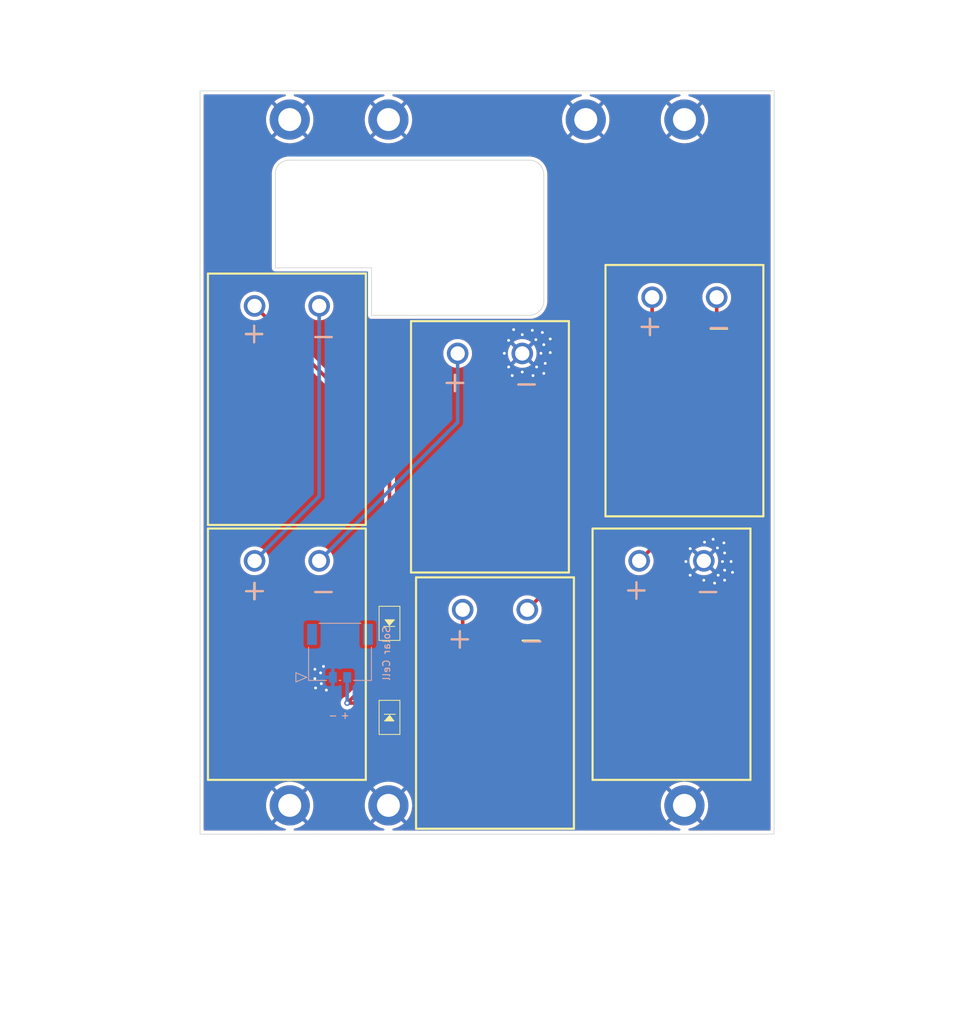
<source format=kicad_pcb>
(kicad_pcb (version 20211014) (generator pcbnew)
  (title_block (title "Solar Cell PCB (USB side)") (date "2023-01-03") (rev "3"))
  (layers (0 "F.Cu" signal) (31 "B.Cu" signal) (34 "B.Paste" user) (35 "F.Paste" user) (36 "B.SilkS" user "B.Silkscreen") (37 "F.SilkS" user "F.Silkscreen") (38 "B.Mask" user) (39 "F.Mask" user) (44 "Edge.Cuts" user))
  (net 0 "")
  (net 1 "GND")
  (net 2 "Net-(SC1-Pad2)")
  (net 3 "Net-(D1-Pad2)")
  (net 4 "Net-(D2-Pad2)")
  (net 5 "Net-(SC2-Pad2)")
  (net 6 "Net-(SC4-Pad2)")
  (net 7 "Net-(SC5-Pad2)")
  (net 8 "VSOLAR")
  (footprint "MountingHole:MountingHole_3.2mm_M3_DIN965_Pad" (layer "F.Cu") (at 84.6 42.75)
    (fp_text reference "H1")
    (fp_text value "MountingHole_Pad")
    (pad "1" thru_hole circle (at 0 0) (size 5.6 5.6) (drill 3.2) (layers *.Cu *.Mask) (net 1 "GND"))
  )
  (footprint "ISP:SM101K07TF" (layer "F.Cu") (at 113.7 124 90)
    (fp_text reference "SC1")
    (fp_text value "SM101K07TF")
    (fp_text user "+" (at 8.85 -5.63 90) (layer "B.SilkS") (effects (font (size 3 3) (thickness 0.3)) (justify mirror)))
    (fp_text user "-" (at 8.92 4.5 180) (layer "F.SilkS") (effects (font (size 3 3) (thickness 0.3))))
    (fp_line (start 17.5 10.5) (end -17.5 10.5) (layer "F.SilkS") (width 0.3))
    (fp_line (start -17.5 10.5) (end -17.5 -11.5) (layer "F.SilkS") (width 0.3))
    (fp_line (start -17.5 -11.5) (end 17.5 -11.5) (layer "F.SilkS") (width 0.3))
    (fp_line (start 17.5 -11.5) (end 17.5 10.5) (layer "F.SilkS") (width 0.3))
    (pad "1" thru_hole circle (at 13 -5 90) (size 3 3) (drill 2) (layers *.Mask "F.Cu" "In1.Cu" "B.Cu") (net 3 "Net-(D1-Pad2)"))
    (pad "2" thru_hole circle (at 13 4 90) (size 3 3) (drill 2) (layers *.Mask "F.Cu" "In1.Cu" "B.Cu") (net 2 "Net-(SC1-Pad2)"))
  )
  (footprint "ISP:SM101K07TF" (layer "F.Cu") (at 138.3 117.2 90)
    (fp_text reference "SC3")
    (fp_text value "SM101K07TF")
    (fp_text user "+" (at 8.89 -5.62 90) (layer "B.SilkS") (effects (font (size 3 3) (thickness 0.3))))
    (fp_text user "-" (at 8.89 4.58) (layer "F.SilkS") (effects (font (size 3 3) (thickness 0.3))))
    (fp_line (start 17.5 -11.5) (end 17.5 10.5) (layer "F.SilkS") (width 0.3))
    (fp_line (start -17.5 10.5) (end -17.5 -11.5) (layer "F.SilkS") (width 0.3))
    (fp_line (start 17.5 10.5) (end -17.5 10.5) (layer "F.SilkS") (width 0.3))
    (fp_line (start -17.5 -11.5) (end 17.5 -11.5) (layer "F.SilkS") (width 0.3))
    (pad "1" thru_hole circle (at 13 -5 90) (size 3 3) (drill 2) (layers *.Mask "F.Cu" "In1.Cu" "B.Cu") (net 5 "Net-(SC2-Pad2)"))
    (pad "2" thru_hole circle (at 13 4 90) (size 3 3) (drill 2) (layers *.Mask "F.Cu" "In1.Cu" "B.Cu") (net 1 "GND"))
  )
  (footprint "ISP:DO-214AC" (layer "F.Cu") (at 98.5 112.9 90)
    (fp_text reference "D2")
    (fp_text value "CDBA240LL-HF")
    (fp_line (start -2.375 -1.45) (end 2.375 -1.45) (layer "F.SilkS") (width 0.12))
    (fp_line (start -2.375 1.45) (end 2.375 1.45) (layer "F.SilkS") (width 0.12))
    (fp_line (start -2.375 1.45) (end -2.375 -1.45) (layer "F.SilkS") (width 0.12))
    (fp_line (start 2.375 1.45) (end 2.375 -1.45) (layer "F.SilkS") (width 0.12))
    (fp_line (start -0.4318 -0.8128) (end -0.4318 0.7366) (layer "F.SilkS") (width 0.12))
    (fp_poly (pts (xy 0.508 0.7112) (xy -0.3048 -0.0254) (xy 0.508 -0.635)) (layer "F.SilkS") (width 0.1) (fill solid))
    (pad "1" smd rect (at -2 0 90) (size 2.5 1.7) (layers "F.Cu" "F.Paste" "F.Mask") (net 8 "VSOLAR"))
    (pad "2" smd rect (at 2 0 90) (size 2.5 1.7) (layers "F.Cu" "F.Paste" "F.Mask") (net 4 "Net-(D2-Pad2)"))
  )
  (footprint "MountingHole:MountingHole_3.2mm_M3_DIN965_Pad" (layer "F.Cu") (at 139.6 138.25)
    (fp_text reference "H7")
    (fp_text value "MountingHole_Pad")
    (pad "1" thru_hole circle (at 0 0) (size 5.6 5.6) (drill 3.2) (layers *.Cu *.Mask) (net 1 "GND"))
  )
  (footprint "ISP:SM101K07TF" (layer "F.Cu") (at 84.7 117.2 90)
    (fp_text reference "SC5")
    (fp_text value "SM101K07TF")
    (fp_text user "+" (at 8.8 -5.2 90) (layer "B.SilkS") (effects (font (size 3 3) (thickness 0.3))))
    (fp_text user "-" (at 8.89 4.58) (layer "F.SilkS") (effects (font (size 3 3) (thickness 0.3))))
    (fp_line (start -17.5 -11.5) (end 17.5 -11.5) (layer "F.SilkS") (width 0.3))
    (fp_line (start 17.5 -11.5) (end 17.5 10.5) (layer "F.SilkS") (width 0.3))
    (fp_line (start -17.5 10.5) (end -17.5 -11.5) (layer "F.SilkS") (width 0.3))
    (fp_line (start 17.5 10.5) (end -17.5 10.5) (layer "F.SilkS") (width 0.3))
    (pad "1" thru_hole circle (at 13 -5 90) (size 3 3) (drill 2) (layers *.Mask "F.Cu" "In1.Cu" "B.Cu") (net 6 "Net-(SC4-Pad2)"))
    (pad "2" thru_hole circle (at 13 4 90) (size 3 3) (drill 2) (layers *.Mask "F.Cu" "In1.Cu" "B.Cu") (net 7 "Net-(SC5-Pad2)"))
  )
  (footprint "MountingHole:MountingHole_3.2mm_M3_DIN965_Pad" (layer "F.Cu") (at 125.85 42.75)
    (fp_text reference "H3")
    (fp_text value "MountingHole_Pad")
    (pad "1" thru_hole circle (at 0 0) (size 5.6 5.6) (drill 3.2) (layers *.Cu *.Mask) (net 1 "GND"))
  )
  (footprint "ISP:SM101K07TF" (layer "F.Cu") (at 140.1 80.5 90)
    (fp_text reference "SC2")
    (fp_text value "SM101K07TF")
    (fp_text user "+" (at 8.9 -5.56 90) (layer "B.SilkS") (effects (font (size 3 3) (thickness 0.3))))
    (fp_line (start -17.5 10.5) (end -17.5 -11.5) (layer "F.SilkS") (width 0.3))
    (fp_line (start 17.5 10.5) (end -17.5 10.5) (layer "F.SilkS") (width 0.3))
    (fp_line (start 17.5 -11.5) (end 17.5 10.5) (layer "F.SilkS") (width 0.3))
    (fp_line (start -17.5 -11.5) (end 17.5 -11.5) (layer "F.SilkS") (width 0.3))
    (pad "1" thru_hole circle (at 13 -5 90) (size 3 3) (drill 2) (layers *.Mask "F.Cu" "In1.Cu" "B.Cu") (net 2 "Net-(SC1-Pad2)"))
    (pad "2" thru_hole circle (at 13 4 90) (size 3 3) (drill 2) (layers *.Mask "F.Cu" "In1.Cu" "B.Cu") (net 5 "Net-(SC2-Pad2)"))
  )
  (footprint "ISP:DO-214AC" (layer "F.Cu") (at 98.5 126 -90)
    (fp_text reference "D1")
    (fp_text value "CDBA240LL-HF")
    (fp_line (start -0.4318 -0.8128) (end -0.4318 0.7366) (layer "F.SilkS") (width 0.12))
    (fp_line (start -2.375 1.45) (end 2.375 1.45) (layer "F.SilkS") (width 0.12))
    (fp_line (start -2.375 -1.45) (end 2.375 -1.45) (layer "F.SilkS") (width 0.12))
    (fp_line (start -2.375 1.45) (end -2.375 -1.45) (layer "F.SilkS") (width 0.12))
    (fp_line (start 2.375 1.45) (end 2.375 -1.45) (layer "F.SilkS") (width 0.12))
    (fp_poly (pts (xy 0.508 0.7112) (xy -0.3048 -0.0254) (xy 0.508 -0.635)) (layer "F.SilkS") (width 0.1) (fill solid))
    (pad "1" smd rect (at -2 0 270) (size 2.5 1.7) (layers "F.Cu" "F.Paste" "F.Mask") (net 8 "VSOLAR"))
    (pad "2" smd rect (at 2 0 270) (size 2.5 1.7) (layers "F.Cu" "F.Paste" "F.Mask") (net 3 "Net-(D1-Pad2)"))
  )
  (footprint "MountingHole:MountingHole_3.2mm_M3_DIN965_Pad" (layer "F.Cu") (at 84.6 138.25)
    (fp_text reference "H5")
    (fp_text value "MountingHole_Pad")
    (pad "1" thru_hole circle (at 0 0) (size 5.6 5.6) (drill 3.2) (layers *.Cu *.Mask) (net 1 "GND"))
  )
  (footprint "ISP:SM101K07TF" (layer "F.Cu") (at 84.7 81.7 90)
    (fp_text reference "SC4")
    (fp_text value "SM101K07TF")
    (fp_text user "-" (at 8.89 4.6 180) (layer "B.SilkS") (effects (font (size 3 3) (thickness 0.3)) (justify mirror)))
    (fp_text user "+" (at 9.1 -5.3 90) (layer "F.SilkS") (effects (font (size 3 3) (thickness 0.3))))
    (fp_line (start 17.5 10.5) (end -17.5 10.5) (layer "F.SilkS") (width 0.3))
    (fp_line (start -17.5 -11.5) (end 17.5 -11.5) (layer "F.SilkS") (width 0.3))
    (fp_line (start -17.5 10.5) (end -17.5 -11.5) (layer "F.SilkS") (width 0.3))
    (fp_line (start 17.5 -11.5) (end 17.5 10.5) (layer "F.SilkS") (width 0.3))
    (pad "1" thru_hole circle (at 13 -5 90) (size 3 3) (drill 2) (layers *.Mask "F.Cu" "In1.Cu" "B.Cu") (net 4 "Net-(D2-Pad2)"))
    (pad "2" thru_hole circle (at 13 4 90) (size 3 3) (drill 2) (layers *.Mask "F.Cu" "In1.Cu" "B.Cu") (net 6 "Net-(SC4-Pad2)"))
  )
  (footprint "MountingHole:MountingHole_3.2mm_M3_DIN965_Pad" (layer "F.Cu") (at 139.6 42.75)
    (fp_text reference "H4")
    (fp_text value "MountingHole_Pad")
    (pad "1" thru_hole circle (at 0 0) (size 5.6 5.6) (drill 3.2) (layers *.Cu *.Mask) (net 1 "GND"))
  )
  (footprint "MountingHole:MountingHole_3.2mm_M3_DIN965_Pad" (layer "F.Cu") (at 98.35 42.75)
    (fp_text reference "H2")
    (fp_text value "MountingHole_Pad")
    (pad "1" thru_hole circle (at 0 0) (size 5.6 5.6) (drill 3.2) (layers *.Cu *.Mask) (net 1 "GND"))
  )
  (footprint "MountingHole:MountingHole_3.2mm_M3_DIN965_Pad" (layer "F.Cu") (at 98.35 138.25)
    (fp_text reference "H6")
    (fp_text value "MountingHole_Pad")
    (pad "1" thru_hole circle (at 0 0) (size 5.6 5.6) (drill 3.2) (layers *.Cu *.Mask) (net 1 "GND"))
  )
  (footprint "ISP:SM101K07TF" (layer "F.Cu") (at 113 88.32 90)
    (fp_text reference "SC6")
    (fp_text value "SM101K07TF")
    (fp_text user "-" (at 8.89 4.58 180) (layer "B.SilkS") (effects (font (size 3 3) (thickness 0.3)) (justify mirror)))
    (fp_text user "+" (at 8.89 -5.58 90) (layer "B.SilkS") (effects (font (size 3 3) (thickness 0.3))))
    (fp_line (start -17.5 -11.5) (end 17.5 -11.5) (layer "F.SilkS") (width 0.3))
    (fp_line (start 17.5 -11.5) (end 17.5 10.5) (layer "F.SilkS") (width 0.3))
    (fp_line (start 17.5 10.5) (end -17.5 10.5) (layer "F.SilkS") (width 0.3))
    (fp_line (start -17.5 10.5) (end -17.5 -11.5) (layer "F.SilkS") (width 0.3))
    (pad "1" thru_hole circle (at 13 -5 90) (size 3 3) (drill 2) (layers *.Mask "F.Cu" "In1.Cu" "B.Cu") (net 7 "Net-(SC5-Pad2)"))
    (pad "2" thru_hole circle (at 13 4 90) (size 3 3) (drill 2) (layers *.Mask "F.Cu" "In1.Cu" "B.Cu") (net 1 "GND"))
  )
  (footprint "Molex_PicoLock_2p_2mm_2053380002:2053380002" (layer "B.Cu") (at 90.605 120.42 180)
    (fp_text reference "J1")
    (fp_text value "Solar Cell" (at -7.475 3.34 270) (layer "B.SilkS") (effects (justify mirror)))
    (fp_line (start 3.628992 0) (end 5.152992 0.635) (layer "B.SilkS") (width 0.12))
    (fp_line (start -5.374991 4.20496) (end -5.374991 -0.425) (layer "B.SilkS") (width 0.12))
    (fp_line (start -5.374991 -0.425) (end -2.870041 -0.425) (layer "B.SilkS") (width 0.12))
    (fp_line (start 3.374992 -0.425) (end 3.374992 4.20496) (layer "B.SilkS") (width 0.12))
    (fp_line (start 5.152992 0.635) (end 5.152992 -0.635) (layer "B.SilkS") (width 0.12))
    (fp_line (start -1.129961 -0.425) (end -0.87004 -0.425) (layer "B.SilkS") (width 0.12))
    (fp_line (start 5.152992 -0.635) (end 3.628992 0) (layer "B.SilkS") (width 0.12))
    (fp_line (start 0.87004 -0.425) (end 3.374992 -0.425) (layer "B.SilkS") (width 0.12))
    (fp_line (start 1.915982 7.525) (end -3.915981 7.525) (layer "B.SilkS") (width 0.12))
    (pad "1" smd rect (at 0 0 180) (size 1.1 1.45) (layers "B.Cu" "B.Paste" "B.Mask") (net 1 "GND"))
    (pad "2" smd rect (at -2.000001 0 180) (size 1.1 1.45) (layers "B.Cu" "B.Paste" "B.Mask") (net 8 "VSOLAR"))
    (pad "3" smd rect (at 2.894998 5.974999 180) (size 1.35 2.899999) (layers "B.Cu" "B.Paste" "B.Mask"))
    (pad "4" smd rect (at -4.894997 5.974999 180) (size 1.35 2.899999) (layers "B.Cu" "B.Paste" "B.Mask"))
  )
  (gr_line (start 143.6 38.75) (end 152.1 38.75) (layer "Edge.Cuts") (width 0.1))
  (gr_line (start 96 70) (end 96 63.4) (layer "Edge.Cuts") (width 0.1))
  (gr_line (start 80.6 142.25) (end 88.6 142.25) (layer "Edge.Cuts") (width 0.1))
  (gr_line (start 135.6 142.25) (end 88.6 142.25) (layer "Edge.Cuts") (width 0.1))
  (gr_line (start 80.65 38.75) (end 88.65 38.75) (layer "Edge.Cuts") (width 0.1))
  (gr_line (start 135.6 38.75) (end 143.6 38.75) (layer "Edge.Cuts") (width 0.1))
  (gr_line (start 152.1 38.75) (end 152.1 142.25) (layer "Edge.Cuts") (width 0.1))
  (gr_line (start 80.6 142.25) (end 72.1 142.25) (layer "Edge.Cuts") (width 0.1))
  (gr_line (start 82.6 63.4) (end 82.6 50.414214) (layer "Edge.Cuts") (width 0.1))
  (gr_line (start 143.6 142.25) (end 152.1 142.25) (layer "Edge.Cuts") (width 0.1))
  (gr_line (start 96 70) (end 117.99436 70) (layer "Edge.Cuts") (width 0.1))
  (gr_arc (start 120 68.085786) (mid 119.379544 69.443519) (end 117.99436 70) (layer "Edge.Cuts") (width 0.1))
  (gr_arc (start 117.989127 48.4) (mid 119.403845 48.998504) (end 120 50.414214) (layer "Edge.Cuts") (width 0.1))
  (gr_arc (start 82.6 50.414214) (mid 83.150133 48.960414) (end 84.6 48.4) (layer "Edge.Cuts") (width 0.1))
  (gr_line (start 135.6 142.25) (end 143.6 142.25) (layer "Edge.Cuts") (width 0.1))
  (gr_line (start 120 50.414214) (end 120 68.085786) (layer "Edge.Cuts") (width 0.1))
  (gr_line (start 88.65 38.75) (end 135.6 38.75) (layer "Edge.Cuts") (width 0.1))
  (gr_line (start 84.6 48.4) (end 117.989127 48.4) (layer "Edge.Cuts") (width 0.1))
  (gr_line (start 80.65 38.75) (end 72.1 38.75) (layer "Edge.Cuts") (width 0.1))
  (gr_line (start 72.1 142.25) (end 72.1 38.75) (layer "Edge.Cuts") (width 0.1))
  (gr_line (start 96 63.4) (end 82.6 63.4) (layer "Edge.Cuts") (width 0.1))
  (gr_text "-\n" (at 90.62 125.72) (layer "B.SilkS") (effects (font (size 1 1)) (justify mirror)))
  (gr_text "-" (at 89.3 108.3) (layer "B.SilkS") (effects (font (size 3 3) (thickness 0.3))))
  (gr_text "+" (at 92.32 125.7) (layer "B.SilkS") (effects (font (size 1 1)) (justify mirror)))
  (gr_text "-" (at 118.39 115.2) (layer "B.SilkS") (effects (font (size 3 3) (thickness 0.3))))
  (gr_text "-" (at 144.4 72 180) (layer "B.SilkS") (effects (font (size 3 3) (thickness 0.3))))
  (gr_text "+" (at 79.63 72.42) (layer "B.SilkS") (effects (font (size 3 3) (thickness 0.3))))
  (gr_text "-" (at 142.9 108.3) (layer "B.SilkS") (effects (font (size 3 3) (thickness 0.3))))
  (gr_text "+" (at 132.9 108.1) (layer "F.SilkS") (effects (font (size 3 3) (thickness 0.3))))
  (gr_text "+" (at 134.8 71.4) (layer "F.SilkS") (effects (font (size 3 3) (thickness 0.3))))
  (gr_text "-" (at 144.4 72.1 -180) (layer "F.SilkS") (effects (font (size 3 3) (thickness 0.3)) (justify mirror)))
  (gr_text "-" (at 89.3 72.8) (layer "F.SilkS") (effects (font (size 3 3) (thickness 0.3))))
  (gr_text "-" (at 117.6 79.4) (layer "F.SilkS") (effects (font (size 3 3) (thickness 0.3))))
  (gr_text "+" (at 79.66 108.19) (layer "F.SilkS") (effects (font (size 3 3) (thickness 0.3))))
  (gr_text "+" (at 108.3 114.9) (layer "F.SilkS") (effects (font (size 3 3) (thickness 0.3))))
  (gr_text "+" (at 107.6 79.2) (layer "F.SilkS") (effects (font (size 3 3) (thickness 0.3))))
  (via (at 146.1 104.3) (size 0.8) (drill 0.4) (layers "F.Cu" "B.Cu") (net 1))
  (via (at 145.2 106.9) (size 0.8) (drill 0.4) (layers "F.Cu" "B.Cu") (net 1))
  (via (at 144.3 106.2) (size 0.8) (drill 0.4) (layers "F.Cu" "B.Cu") (net 1))
  (via (at 142.4 101.6) (size 0.8) (drill 0.4) (layers "F.Cu" "B.Cu") (net 1))
  (via (at 120 78.1) (size 0.8) (drill 0.4) (layers "F.Cu" "B.Cu") (net 1))
  (via (at 144.2 102.4) (size 0.8) (drill 0.4) (layers "F.Cu" "B.Cu") (net 1))
  (via (at 120.9 73.3) (size 0.8) (drill 0.4) (layers "F.Cu" "B.Cu") (net 1))
  (via (at 140.4 102.5) (size 0.8) (drill 0.4) (layers "F.Cu" "B.Cu") (net 1))
  (via (at 117 77.9) (size 0.8) (drill 0.4) (layers "F.Cu" "B.Cu") (net 1))
  (via (at 118.4 72.1) (size 0.8) (drill 0.4) (layers "F.Cu" "B.Cu") (net 1))
  (via (at 120.9 75.2) (size 0.8) (drill 0.4) (layers "F.Cu" "B.Cu") (net 1))
  (via (at 115.6 78.4) (size 0.8) (drill 0.4) (layers "F.Cu" "B.Cu") (net 1))
  (via (at 118.9 73.4) (size 0.8) (drill 0.4) (layers "F.Cu" "B.Cu") (net 1))
  (via (at 89.3 118.9) (size 0.8) (drill 0.4) (layers "F.Cu" "B.Cu") (net 1))
  (via (at 88.1 120.6) (size 0.8) (drill 0.4) (layers "F.Cu" "B.Cu") (net 1))
  (via (at 114.5 75.3) (size 0.8) (drill 0.4) (layers "F.Cu" "B.Cu") (net 1))
  (via (at 115.1 73.5) (size 0.8) (drill 0.4) (layers "F.Cu" "B.Cu") (net 1))
  (via (at 142.3 106.9) (size 0.8) (drill 0.4) (layers "F.Cu" "B.Cu") (net 1))
  (via (at 120.2 76.7) (size 0.8) (drill 0.4) (layers "F.Cu" "B.Cu") (net 1))
  (via (at 88.2 121.9) (size 0.8) (drill 0.4) (layers "F.Cu" "B.Cu") (net 1))
  (via (at 119.6 75.3) (size 0.8) (drill 0.4) (layers "F.Cu" "B.Cu") (net 1))
  (via (at 89 121.3) (size 0.8) (drill 0.4) (layers "F.Cu" "B.Cu") (net 1))
  (via (at 145.2 105.5) (size 0.8) (drill 0.4) (layers "F.Cu" "B.Cu") (net 1))
  (via (at 120 74.1) (size 0.8) (drill 0.4) (layers "F.Cu" "B.Cu") (net 1))
  (via (at 88.1 119.3) (size 0.8) (drill 0.4) (layers "F.Cu" "B.Cu") (net 1))
  (via (at 144.9 104.3) (size 0.8) (drill 0.4) (layers "F.Cu" "B.Cu") (net 1))
  (via (at 115.8 72) (size 0.8) (drill 0.4) (layers "F.Cu" "B.Cu") (net 1))
  (via (at 140.4 106.2) (size 0.8) (drill 0.4) (layers "F.Cu" "B.Cu") (net 1))
  (via (at 119 77.2) (size 0.8) (drill 0.4) (layers "F.Cu" "B.Cu") (net 1))
  (via (at 88.9 119.8) (size 0.8) (drill 0.4) (layers "F.Cu" "B.Cu") (net 1))
  (via (at 117 72.7) (size 0.8) (drill 0.4) (layers "F.Cu" "B.Cu") (net 1))
  (via (at 118.5 78.4) (size 0.8) (drill 0.4) (layers "F.Cu" "B.Cu") (net 1))
  (via (at 139.8 104.3) (size 0.8) (drill 0.4) (layers "F.Cu" "B.Cu") (net 1))
  (via (at 145.2 103.1) (size 0.8) (drill 0.4) (layers "F.Cu" "B.Cu") (net 1))
  (via (at 115.1 77.2) (size 0.8) (drill 0.4) (layers "F.Cu" "B.Cu") (net 1))
  (via (at 89.7 122.2) (size 0.8) (drill 0.4) (layers "F.Cu" "B.Cu") (net 1))
  (via (at 143.8 107.3) (size 0.8) (drill 0.4) (layers "F.Cu" "B.Cu") (net 1))
  (via (at 119.8 72.4) (size 0.8) (drill 0.4) (layers "F.Cu" "B.Cu") (net 1))
  (via (at 145.1 101.7) (size 0.8) (drill 0.4) (layers "F.Cu" "B.Cu") (net 1))
  (via (at 143.6 101.2) (size 0.8) (drill 0.4) (layers "F.Cu" "B.Cu") (net 1))
  (via (at 146.3 105.8) (size 0.8) (drill 0.4) (layers "F.Cu" "B.Cu") (net 1))
  (segment (start 135.1 93.6) (end 117.7 111) (width 0.5) (layer "F.Cu") (net 2))
  (segment (start 135.1 67.5) (end 135.1 93.6) (width 0.5) (layer "F.Cu") (net 2))
  (segment (start 98.5 128) (end 100.3 128) (width 0.5) (layer "F.Cu") (net 3))
  (segment (start 108.7 119.6) (end 108.7 111) (width 0.5) (layer "F.Cu") (net 3))
  (segment (start 100.3 128) (end 108.7 119.6) (width 0.5) (layer "F.Cu") (net 3))
  (segment (start 79.7 68.7) (end 98.5 87.5) (width 0.5) (layer "F.Cu") (net 4))
  (segment (start 98.5 87.5) (end 98.5 110.9) (width 0.5) (layer "F.Cu") (net 4))
  (segment (start 144.1 93.4) (end 133.3 104.2) (width 0.5) (layer "F.Cu") (net 5))
  (segment (start 144.1 67.5) (end 144.1 93.4) (width 0.5) (layer "F.Cu") (net 5))
  (segment (start 88.7 68.7) (end 88.7 95.2) (width 0.5) (layer "B.Cu") (net 6))
  (segment (start 88.7 95.2) (end 79.7 104.2) (width 0.5) (layer "B.Cu") (net 6))
  (segment (start 108 84.9) (end 88.7 104.2) (width 0.5) (layer "B.Cu") (net 7))
  (segment (start 108 75.32) (end 108 84.9) (width 0.5) (layer "B.Cu") (net 7))
  (segment (start 92.6 124) (end 98.5 124) (width 0.5) (layer "F.Cu") (net 8))
  (segment (start 92.6 124) (end 98.5 118.1) (width 0.5) (layer "F.Cu") (net 8))
  (segment (start 98.5 118.1) (end 98.5 114.9) (width 0.5) (layer "F.Cu") (net 8))
  (via (at 92.6 124) (size 0.8) (drill 0.4) (layers "F.Cu" "B.Cu") (net 8))
  (segment (start 92.605001 123.994999) (end 92.605001 120.42) (width 0.5) (layer "B.Cu") (net 8))
  (zone (net 1) (net_name "GND") (layers F&B.Cu) (connect_pads (clearance 0.508)) (min_thickness 0.254) (fill yes (thermal_gap 0.508) (thermal_bridge_width 0.508))
    (polygon (pts (xy 153.800938 37.106923) (xy 153.700938 143.006923) (xy 70.400938 143.406923) (xy 70.000938 36.906923)))
  )
)
</source>
